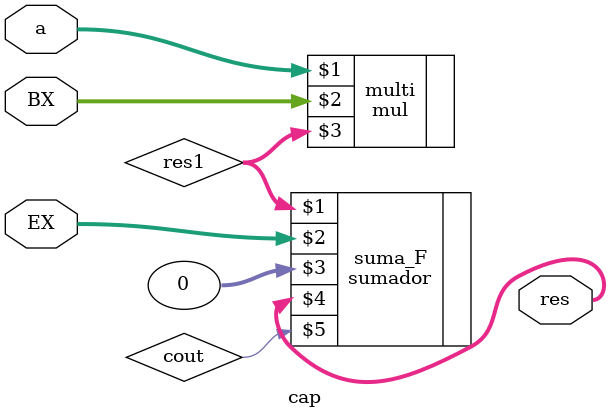
<source format=sv>
module cap #(parameter N=32)(input logic [N-1:0] a,
								  input logic [N-1:0] BX, 
								  input logic [N-1:0] EX,
								  output logic [N-1:0] res);
	  
	 logic cout;
	 logic [N-1:0] res1; 
	 
    mul #(N) multi(a,BX,res1);
	 sumador #(N) suma_F(res1,EX,0,res,cout);
							// CAP
                     // a*BX+EX
							
endmodule 
</source>
